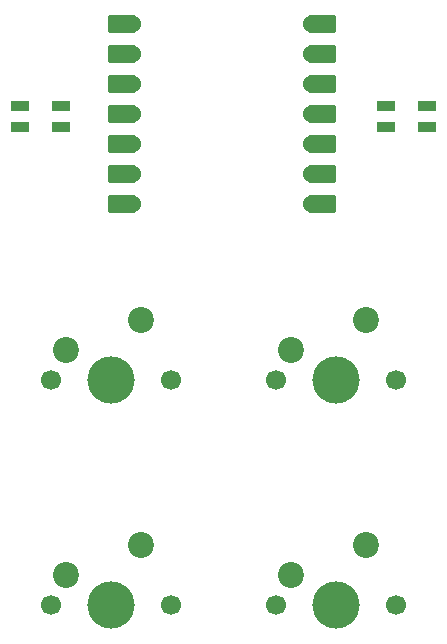
<source format=gbr>
%TF.GenerationSoftware,KiCad,Pcbnew,8.0.8*%
%TF.CreationDate,2025-02-16T22:09:59-06:00*%
%TF.ProjectId,hackPad,6861636b-5061-4642-9e6b-696361645f70,rev?*%
%TF.SameCoordinates,Original*%
%TF.FileFunction,Soldermask,Top*%
%TF.FilePolarity,Negative*%
%FSLAX46Y46*%
G04 Gerber Fmt 4.6, Leading zero omitted, Abs format (unit mm)*
G04 Created by KiCad (PCBNEW 8.0.8) date 2025-02-16 22:09:59*
%MOMM*%
%LPD*%
G01*
G04 APERTURE LIST*
G04 Aperture macros list*
%AMRoundRect*
0 Rectangle with rounded corners*
0 $1 Rounding radius*
0 $2 $3 $4 $5 $6 $7 $8 $9 X,Y pos of 4 corners*
0 Add a 4 corners polygon primitive as box body*
4,1,4,$2,$3,$4,$5,$6,$7,$8,$9,$2,$3,0*
0 Add four circle primitives for the rounded corners*
1,1,$1+$1,$2,$3*
1,1,$1+$1,$4,$5*
1,1,$1+$1,$6,$7*
1,1,$1+$1,$8,$9*
0 Add four rect primitives between the rounded corners*
20,1,$1+$1,$2,$3,$4,$5,0*
20,1,$1+$1,$4,$5,$6,$7,0*
20,1,$1+$1,$6,$7,$8,$9,0*
20,1,$1+$1,$8,$9,$2,$3,0*%
G04 Aperture macros list end*
%ADD10RoundRect,0.152400X1.063600X0.609600X-1.063600X0.609600X-1.063600X-0.609600X1.063600X-0.609600X0*%
%ADD11C,1.524000*%
%ADD12RoundRect,0.152400X-1.063600X-0.609600X1.063600X-0.609600X1.063600X0.609600X-1.063600X0.609600X0*%
%ADD13C,1.700000*%
%ADD14C,4.000000*%
%ADD15C,2.200000*%
%ADD16R,1.600000X0.850000*%
G04 APERTURE END LIST*
D10*
%TO.C,U1*%
X110131250Y-65079500D03*
D11*
X110966250Y-65079500D03*
D10*
X110131250Y-67619500D03*
D11*
X110966250Y-67619500D03*
D10*
X110131250Y-70159500D03*
D11*
X110966250Y-70159500D03*
D10*
X110131250Y-72699500D03*
D11*
X110966250Y-72699500D03*
D10*
X110131250Y-75239500D03*
D11*
X110966250Y-75239500D03*
D10*
X110131250Y-77779500D03*
D11*
X110966250Y-77779500D03*
D10*
X110131250Y-80319500D03*
D11*
X110966250Y-80319500D03*
X126206250Y-80319500D03*
D12*
X127041250Y-80319500D03*
D11*
X126206250Y-77779500D03*
D12*
X127041250Y-77779500D03*
D11*
X126206250Y-75239500D03*
D12*
X127041250Y-75239500D03*
D11*
X126206250Y-72699500D03*
D12*
X127041250Y-72699500D03*
D11*
X126206250Y-70159500D03*
D12*
X127041250Y-70159500D03*
D11*
X126206250Y-67619500D03*
D12*
X127041250Y-67619500D03*
D11*
X126206250Y-65079500D03*
D12*
X127041250Y-65079500D03*
%TD*%
D13*
%TO.C,SW4*%
X123190000Y-114300000D03*
D14*
X128270000Y-114300000D03*
D13*
X133350000Y-114300000D03*
D15*
X130810000Y-109220000D03*
X124460000Y-111760000D03*
%TD*%
D13*
%TO.C,SW3*%
X104140000Y-114300000D03*
D14*
X109220000Y-114300000D03*
D13*
X114300000Y-114300000D03*
D15*
X111760000Y-109220000D03*
X105410000Y-111760000D03*
%TD*%
D13*
%TO.C,SW2*%
X123190000Y-95250000D03*
D14*
X128270000Y-95250000D03*
D13*
X133350000Y-95250000D03*
D15*
X130810000Y-90170000D03*
X124460000Y-92710000D03*
%TD*%
D13*
%TO.C,SW1*%
X104140000Y-95250000D03*
D14*
X109220000Y-95250000D03*
D13*
X114300000Y-95250000D03*
D15*
X111760000Y-90170000D03*
X105410000Y-92710000D03*
%TD*%
D16*
%TO.C,D2*%
X132475000Y-72068750D03*
X132475000Y-73818750D03*
X135975000Y-73818750D03*
X135975000Y-72068750D03*
%TD*%
%TO.C,D1*%
X105018750Y-72068750D03*
X105018750Y-73818750D03*
X101518750Y-73818750D03*
X101518750Y-72068750D03*
%TD*%
M02*

</source>
